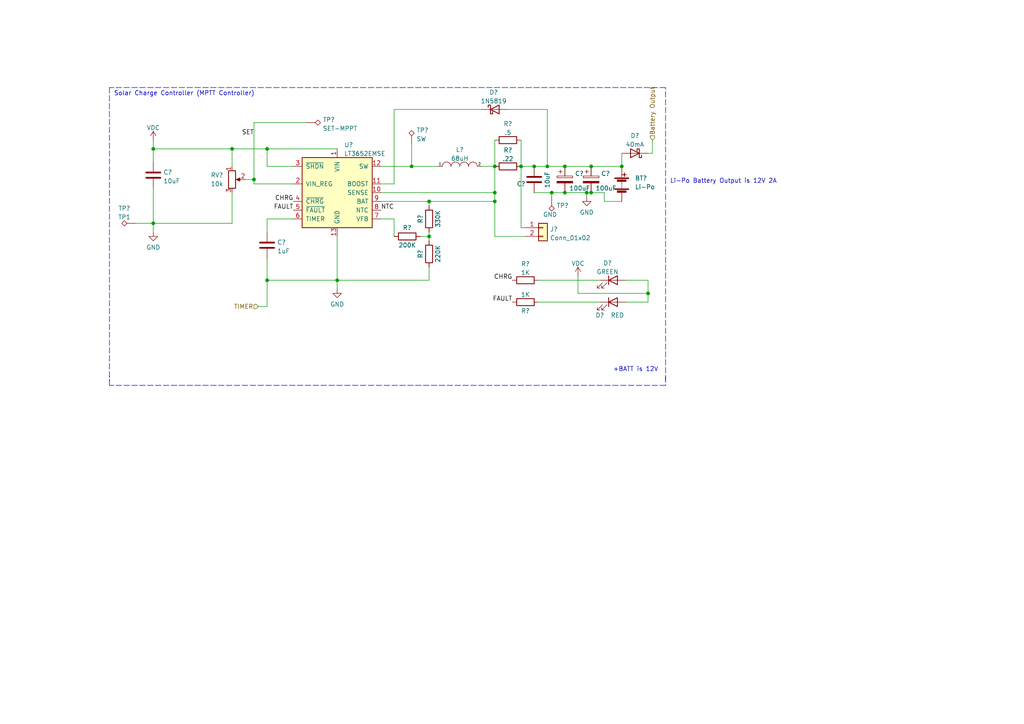
<source format=kicad_sch>
(kicad_sch (version 20211123) (generator eeschema)
  (paper "A4")
  (lib_symbols
    (symbol "Battery_Management:LT3652EMSE" (pin_names (offset 1.016))
      (property "Reference" "U" (at -8.382 11.43 0))
      (property "Value" "LT3652EMSE" (at 1.778 11.684 0))
      (symbol "LT3652EMSE_0_1"
        (rectangle (start -10.16 10.16) (end 10.16 -10.16) (stroke (width 0.254)) (fill (type background)))
      )
      (symbol "LT3652EMSE_1_1"
        (pin power_in line (at 0 12.7 270) (length 2.54) (name "VIN") (number "1"))
        (pin input line (at 12.7 0 180) (length 2.54) (name "SENSE") (number "10"))
        (pin input line (at 12.7 2.54 180) (length 2.54) (name "BOOST") (number "11"))
        (pin output line (at 12.7 7.62 180) (length 2.54) (name "SW") (number "12"))
        (pin power_in line (at 0 -12.7 90) (length 2.54) (name "GND") (number "13"))
        (pin input line (at -12.7 2.54 0) (length 2.54) (name "VIN_REG") (number "2"))
        (pin input line (at -12.7 7.62 0) (length 2.54) (name "~{SHDN}") (number "3"))
        (pin open_collector line (at -12.7 -2.54 0) (length 2.54) (name "~{CHRG}") (number "4"))
        (pin open_collector line (at -12.7 -5.08 0) (length 2.54) (name "~{FAULT}") (number "5"))
        (pin output line (at -12.7 -7.62 0) (length 2.54) (name "TIMER") (number "6"))
        (pin input line (at 12.7 -7.62 180) (length 2.54) (name "VFB") (number "7"))
        (pin input line (at 12.7 -5.08 180) (length 2.54) (name "NTC") (number "8"))
        (pin output line (at 12.7 -2.54 180) (length 2.54) (name "BAT") (number "9"))
      )
    )
    (symbol "Connector:TestPoint_Alt" (pin_numbers hide) (pin_names (offset 0.762) hide)
      (property "Reference" "TP" (at 0 6.858 0))
      (property "Value" "TestPoint_Alt" (at 0 5.08 0))
      (symbol "TestPoint_Alt_0_1"
        (polyline (pts (xy 0 2.54) (xy -0.762 3.302) (xy 0 4.064) (xy 0.762 3.302) (xy 0 2.54)))
      )
      (symbol "TestPoint_Alt_1_1"
        (pin passive line (at 0 0 90) (length 2.54) (name "1") (number "1"))
      )
    )
    (symbol "Connector_Generic:Conn_01x02" (pin_names (offset 1.016) hide)
      (property "Reference" "J" (at 0 2.54 0))
      (property "Value" "Conn_01x02" (at 0 -5.08 0))
      (symbol "Conn_01x02_1_1"
        (rectangle (start -1.27 -2.413) (end 0 -2.667) (stroke (width 0.1524)))
        (rectangle (start -1.27 0.127) (end 0 -0.127) (stroke (width 0.1524)))
        (rectangle (start -1.27 1.27) (end 1.27 -3.81) (stroke (width 0.254)) (fill (type background)))
        (pin passive line (at -5.08 0 0) (length 3.81) (name "Pin_1") (number "1"))
        (pin passive line (at -5.08 -2.54 0) (length 3.81) (name "Pin_2") (number "2"))
      )
    )
    (symbol "Device:Battery" (pin_numbers hide) (pin_names (offset 0) hide)
      (property "Reference" "BT" (at 2.54 2.54 0))
      (property "Value" "Battery" (at 2.54 0 0))
      (symbol "Battery_0_1"
        (rectangle (start -2.032 -1.397) (end 2.032 -1.651) (fill (type outline)))
        (rectangle (start -2.032 1.778) (end 2.032 1.524) (fill (type outline)))
        (rectangle (start -1.3208 -1.9812) (end 1.27 -2.4892) (fill (type outline)))
        (rectangle (start -1.3208 1.1938) (end 1.27 0.6858) (fill (type outline)))
        (polyline (pts (xy 0 -1.524) (xy 0 -1.27)))
        (polyline (pts (xy 0 -1.016) (xy 0 -0.762)))
        (polyline (pts (xy 0 -0.508) (xy 0 -0.254)))
        (polyline (pts (xy 0 0) (xy 0 0.254)))
        (polyline (pts (xy 0 0.508) (xy 0 0.762)))
        (polyline (pts (xy 0 1.778) (xy 0 2.54)))
        (polyline (pts (xy 0.254 2.667) (xy 1.27 2.667)) (stroke (width 0.254)))
        (polyline (pts (xy 0.762 3.175) (xy 0.762 2.159)) (stroke (width 0.254)))
      )
      (symbol "Battery_1_1"
        (pin passive line (at 0 5.08 270) (length 2.54) (name "+") (number "1"))
        (pin passive line (at 0 -5.08 90) (length 2.54) (name "-") (number "2"))
      )
    )
    (symbol "Device:C" (pin_numbers hide) (pin_names (offset 0.254))
      (property "Reference" "C" (at 0.635 2.54 0))
      (property "Value" "C" (at 0.635 -2.54 0))
      (symbol "C_0_1"
        (polyline (pts (xy -2.032 -0.762) (xy 2.032 -0.762)) (stroke (width 0.508)))
        (polyline (pts (xy -2.032 0.762) (xy 2.032 0.762)) (stroke (width 0.508)))
      )
      (symbol "C_1_1"
        (pin passive line (at 0 3.81 270) (length 2.794) (name "~") (number "1"))
        (pin passive line (at 0 -3.81 90) (length 2.794) (name "~") (number "2"))
      )
    )
    (symbol "Device:C_Polarized" (pin_numbers hide) (pin_names (offset 0.254))
      (property "Reference" "C" (at 0.635 2.54 0))
      (property "Value" "C_Polarized" (at 0.635 -2.54 0))
      (symbol "C_Polarized_0_1"
        (rectangle (start -2.286 0.508) (end 2.286 1.016))
        (polyline (pts (xy -1.778 2.286) (xy -0.762 2.286)))
        (polyline (pts (xy -1.27 2.794) (xy -1.27 1.778)))
        (rectangle (start 2.286 -0.508) (end -2.286 -1.016) (fill (type outline)))
      )
      (symbol "C_Polarized_1_1"
        (pin passive line (at 0 3.81 270) (length 2.794) (name "~") (number "1"))
        (pin passive line (at 0 -3.81 90) (length 2.794) (name "~") (number "2"))
      )
    )
    (symbol "Device:D_Schottky" (pin_numbers hide) (pin_names (offset 1.016) hide)
      (property "Reference" "D" (at 0 2.54 0))
      (property "Value" "D_Schottky" (at 0 -2.54 0))
      (symbol "D_Schottky_0_1"
        (polyline (pts (xy 1.27 0) (xy -1.27 0)))
        (polyline (pts (xy 1.27 1.27) (xy 1.27 -1.27) (xy -1.27 0) (xy 1.27 1.27)) (stroke (width 0.254)))
        (polyline (pts (xy -1.905 0.635) (xy -1.905 1.27) (xy -1.27 1.27) (xy -1.27 -1.27) (xy -0.635 -1.27) (xy -0.635 -0.635)) (stroke (width 0.254)))
      )
      (symbol "D_Schottky_1_1"
        (pin passive line (at -3.81 0 0) (length 2.54) (name "K") (number "1"))
        (pin passive line (at 3.81 0 180) (length 2.54) (name "A") (number "2"))
      )
    )
    (symbol "Device:LED" (pin_numbers hide) (pin_names (offset 1.016) hide)
      (property "Reference" "D" (at 0 2.54 0))
      (property "Value" "LED" (at 0 -2.54 0))
      (symbol "LED_0_1"
        (polyline (pts (xy -1.27 -1.27) (xy -1.27 1.27)) (stroke (width 0.254)))
        (polyline (pts (xy -1.27 0) (xy 1.27 0)))
        (polyline (pts (xy 1.27 -1.27) (xy 1.27 1.27) (xy -1.27 0) (xy 1.27 -1.27)) (stroke (width 0.254)))
        (polyline (pts (xy -3.048 -0.762) (xy -4.572 -2.286) (xy -3.81 -2.286) (xy -4.572 -2.286) (xy -4.572 -1.524)))
        (polyline (pts (xy -1.778 -0.762) (xy -3.302 -2.286) (xy -2.54 -2.286) (xy -3.302 -2.286) (xy -3.302 -1.524)))
      )
      (symbol "LED_1_1"
        (pin passive line (at -3.81 0 0) (length 2.54) (name "K") (number "1"))
        (pin passive line (at 3.81 0 180) (length 2.54) (name "A") (number "2"))
      )
    )
    (symbol "Device:R" (pin_numbers hide) (pin_names (offset 0))
      (property "Reference" "R" (at 2.032 0 90))
      (property "Value" "R" (at 0 0 90))
      (symbol "R_0_1"
        (rectangle (start -1.016 -2.54) (end 1.016 2.54) (stroke (width 0.254)))
      )
      (symbol "R_1_1"
        (pin passive line (at 0 3.81 270) (length 1.27) (name "~") (number "1"))
        (pin passive line (at 0 -3.81 90) (length 1.27) (name "~") (number "2"))
      )
    )
    (symbol "Device:R_Potentiometer" (pin_names (offset 1.016) hide)
      (property "Reference" "RV" (at -4.445 0 90))
      (property "Value" "R_Potentiometer" (at -2.54 0 90))
      (symbol "R_Potentiometer_0_1"
        (polyline (pts (xy 2.54 0) (xy 1.524 0)))
        (polyline (pts (xy 1.143 0) (xy 2.286 0.508) (xy 2.286 -0.508) (xy 1.143 0)) (fill (type outline)))
        (rectangle (start 1.016 2.54) (end -1.016 -2.54) (stroke (width 0.254)))
      )
      (symbol "R_Potentiometer_1_1"
        (pin passive line (at 0 3.81 270) (length 1.27) (name "1") (number "1"))
        (pin passive line (at 3.81 0 180) (length 1.27) (name "2") (number "2"))
        (pin passive line (at 0 -3.81 90) (length 1.27) (name "3") (number "3"))
      )
    )
    (symbol "Diode:1N5819" (pin_numbers hide) (pin_names (offset 1.016) hide)
      (property "Reference" "D" (at 0 2.54 0))
      (property "Value" "1N5819" (at 0 -2.54 0))
      (symbol "1N5819_0_1"
        (polyline (pts (xy 1.27 0) (xy -1.27 0)))
        (polyline (pts (xy 1.27 1.27) (xy 1.27 -1.27) (xy -1.27 0) (xy 1.27 1.27)) (stroke (width 0.254)))
        (polyline (pts (xy -1.905 0.635) (xy -1.905 1.27) (xy -1.27 1.27) (xy -1.27 -1.27) (xy -0.635 -1.27) (xy -0.635 -0.635)) (stroke (width 0.254)))
      )
      (symbol "1N5819_1_1"
        (pin passive line (at -3.81 0 0) (length 2.54) (name "K") (number "1"))
        (pin passive line (at 3.81 0 180) (length 2.54) (name "A") (number "2"))
      )
    )
    (symbol "power:GND" (power) (pin_names (offset 0))
      (property "Value" "GND" (at 0 -3.81 0))
      (symbol "GND_0_1"
        (polyline (pts (xy 0 0) (xy 0 -1.27) (xy 1.27 -1.27) (xy 0 -2.54) (xy -1.27 -1.27) (xy 0 -1.27)))
      )
      (symbol "GND_1_1"
        (pin power_in line (at 0 0 270) (length 0) hide (name "GND") (number "1"))
      )
    )
    (symbol "power:VDC" (power) (pin_names (offset 0))
      (property "Value" "VDC" (at 0 6.35 0))
      (symbol "VDC_0_1"
        (polyline (pts (xy -0.762 1.27) (xy 0 2.54)))
        (polyline (pts (xy 0 0) (xy 0 2.54)))
        (polyline (pts (xy 0 2.54) (xy 0.762 1.27)))
      )
      (symbol "VDC_1_1"
        (pin power_in line (at 0 0 90) (length 0) hide (name "VDC") (number "1"))
      )
    )
    (symbol "pspice:INDUCTOR" (pin_numbers hide) (pin_names (offset 0))
      (property "Reference" "L" (at 0 2.54 0))
      (property "Value" "INDUCTOR" (at 0 -1.27 0))
      (symbol "INDUCTOR_0_1"
        (arc (start -2.54 0) (mid -3.81 1.27) (end -5.08 0))
        (arc (start 0 0) (mid -1.27 1.27) (end -2.54 0))
        (arc (start 2.54 0) (mid 1.27 1.27) (end 0 0))
        (arc (start 5.08 0) (mid 3.81 1.27) (end 2.54 0))
      )
      (symbol "INDUCTOR_1_1"
        (pin input line (at -6.35 0 0) (length 1.27) (name "1") (number "1"))
        (pin input line (at 6.35 0 180) (length 1.27) (name "2") (number "2"))
      )
    )
  )
  (junction (at 97.79 81.28))
  (junction (at 170.18 55.88))
  (junction (at 73.66 52.07))
  (junction (at 154.94 48.26))
  (junction (at 119.38 48.26))
  (junction (at 77.47 43.18))
  (junction (at 151.13 48.26))
  (junction (at 44.45 64.77))
  (junction (at 77.47 81.28))
  (junction (at 67.31 43.18))
  (junction (at 143.51 58.42))
  (junction (at 143.51 48.26))
  (junction (at 124.46 58.42))
  (junction (at 143.51 55.88))
  (junction (at 163.83 48.26))
  (junction (at 124.46 68.58))
  (junction (at 171.45 48.26))
  (junction (at 160.02 55.88))
  (junction (at 180.34 48.26))
  (junction (at 44.45 43.18))
  (junction (at 171.45 55.88))
  (junction (at 163.83 55.88))
  (junction (at 187.96 85.09))
  (junction (at 158.75 48.26))
  (wire (pts (xy 77.47 74.93) (xy 77.47 81.28)))
  (wire (pts (xy 77.47 88.9) (xy 77.47 81.28)))
  (wire (pts (xy 85.09 63.5) (xy 77.47 63.5)))
  (wire (pts (xy 110.49 48.26) (xy 119.38 48.26)))
  (wire (pts (xy 151.13 40.64) (xy 151.13 48.26)))
  (wire (pts (xy 151.13 48.26) (xy 151.13 66.04)))
  (wire (pts (xy 44.45 64.77) (xy 67.31 64.77)))
  (wire (pts (xy 170.18 55.88) (xy 171.45 55.88)))
  (polyline (pts (xy 193.04 110.49) (xy 193.04 25.4)))
  (wire (pts (xy 73.66 35.56) (xy 88.9 35.56)))
  (wire (pts (xy 85.09 53.34) (xy 73.66 53.34)))
  (wire (pts (xy 163.83 55.88) (xy 170.18 55.88)))
  (wire (pts (xy 158.75 31.75) (xy 158.75 48.26)))
  (wire (pts (xy 77.47 63.5) (xy 77.47 67.31)))
  (wire (pts (xy 124.46 67.31) (xy 124.46 68.58)))
  (wire (pts (xy 187.96 85.09) (xy 187.96 87.63)))
  (wire (pts (xy 187.96 81.28) (xy 187.96 85.09)))
  (wire (pts (xy 77.47 81.28) (xy 97.79 81.28)))
  (wire (pts (xy 44.45 40.64) (xy 44.45 43.18)))
  (wire (pts (xy 160.02 55.88) (xy 163.83 55.88)))
  (wire (pts (xy 152.4 66.04) (xy 151.13 66.04)))
  (wire (pts (xy 114.3 68.58) (xy 114.3 63.5)))
  (wire (pts (xy 114.3 31.75) (xy 139.7 31.75)))
  (wire (pts (xy 171.45 55.88) (xy 175.26 55.88)))
  (wire (pts (xy 114.3 53.34) (xy 114.3 31.75)))
  (wire (pts (xy 97.79 43.18) (xy 77.47 43.18)))
  (wire (pts (xy 97.79 81.28) (xy 97.79 83.82)))
  (wire (pts (xy 73.66 52.07) (xy 73.66 35.56)))
  (wire (pts (xy 143.51 40.64) (xy 143.51 48.26)))
  (wire (pts (xy 119.38 48.26) (xy 127 48.26)))
  (wire (pts (xy 110.49 63.5) (xy 114.3 63.5)))
  (wire (pts (xy 97.79 81.28) (xy 124.46 81.28)))
  (wire (pts (xy 67.31 43.18) (xy 77.47 43.18)))
  (polyline (pts (xy 193.04 111.76) (xy 31.75 111.76)))
  (wire (pts (xy 167.64 80.01) (xy 167.64 85.09)))
  (wire (pts (xy 163.83 48.26) (xy 171.45 48.26)))
  (wire (pts (xy 154.94 55.88) (xy 160.02 55.88)))
  (wire (pts (xy 44.45 43.18) (xy 44.45 46.99)))
  (wire (pts (xy 44.45 64.77) (xy 44.45 67.31)))
  (polyline (pts (xy 31.75 25.4) (xy 31.75 110.49)))
  (wire (pts (xy 110.49 53.34) (xy 114.3 53.34)))
  (wire (pts (xy 143.51 68.58) (xy 143.51 58.42)))
  (wire (pts (xy 67.31 55.88) (xy 67.31 64.77)))
  (wire (pts (xy 152.4 68.58) (xy 143.51 68.58)))
  (wire (pts (xy 39.37 64.77) (xy 44.45 64.77)))
  (wire (pts (xy 124.46 68.58) (xy 124.46 69.85)))
  (polyline (pts (xy 193.04 109.22) (xy 193.04 111.76)))
  (wire (pts (xy 180.34 58.42) (xy 175.26 58.42)))
  (wire (pts (xy 160.02 55.88) (xy 160.02 57.15)))
  (wire (pts (xy 147.32 31.75) (xy 158.75 31.75)))
  (wire (pts (xy 170.18 55.88) (xy 170.18 57.15)))
  (wire (pts (xy 143.51 58.42) (xy 143.51 55.88)))
  (wire (pts (xy 139.7 48.26) (xy 143.51 48.26)))
  (wire (pts (xy 67.31 48.26) (xy 67.31 43.18)))
  (wire (pts (xy 119.38 41.91) (xy 119.38 48.26)))
  (wire (pts (xy 154.94 48.26) (xy 158.75 48.26)))
  (wire (pts (xy 187.96 44.45) (xy 189.23 44.45)))
  (wire (pts (xy 124.46 58.42) (xy 143.51 58.42)))
  (wire (pts (xy 171.45 48.26) (xy 180.34 48.26)))
  (wire (pts (xy 110.49 55.88) (xy 143.51 55.88)))
  (wire (pts (xy 121.92 68.58) (xy 124.46 68.58)))
  (wire (pts (xy 71.12 52.07) (xy 73.66 52.07)))
  (wire (pts (xy 156.21 81.28) (xy 173.99 81.28)))
  (wire (pts (xy 180.34 44.45) (xy 180.34 48.26)))
  (wire (pts (xy 124.46 58.42) (xy 124.46 59.69)))
  (wire (pts (xy 181.61 81.28) (xy 187.96 81.28)))
  (wire (pts (xy 74.93 88.9) (xy 77.47 88.9)))
  (wire (pts (xy 44.45 43.18) (xy 67.31 43.18)))
  (wire (pts (xy 85.09 48.26) (xy 77.47 48.26)))
  (wire (pts (xy 158.75 48.26) (xy 163.83 48.26)))
  (wire (pts (xy 181.61 87.63) (xy 187.96 87.63)))
  (polyline (pts (xy 193.04 25.4) (xy 31.75 25.4)))
  (wire (pts (xy 124.46 77.47) (xy 124.46 81.28)))
  (wire (pts (xy 143.51 48.26) (xy 143.51 55.88)))
  (wire (pts (xy 77.47 43.18) (xy 77.47 48.26)))
  (wire (pts (xy 156.21 87.63) (xy 173.99 87.63)))
  (wire (pts (xy 97.79 68.58) (xy 97.79 81.28)))
  (wire (pts (xy 167.64 85.09) (xy 187.96 85.09)))
  (wire (pts (xy 175.26 58.42) (xy 175.26 55.88)))
  (wire (pts (xy 151.13 48.26) (xy 154.94 48.26)))
  (wire (pts (xy 189.23 40.64) (xy 189.23 44.45)))
  (wire (pts (xy 110.49 58.42) (xy 124.46 58.42)))
  (polyline (pts (xy 31.75 111.76) (xy 31.75 109.22)))
  (wire (pts (xy 44.45 54.61) (xy 44.45 64.77)))
  (wire (pts (xy 73.66 53.34) (xy 73.66 52.07)))
  (text "Solar Charge Controller (MPTT Controller)" (at 33.02 27.94 0) (effects (font (size 1.27 1.27)) (justify left bottom)))
  (text "Li-Po Battery Output is 12V 2A\n" (at 194.31 53.34 0) (effects (font (size 1.27 1.27)) (justify left bottom)))
  (text "+BATT is 12V" (at 177.8 107.95 0) (effects (font (size 1.27 1.27)) (justify left bottom)))
  (label "CHRG" (at 85.09 58.42 180))
  (label "SET" (at 73.66 39.37 180))
  (label "FAULT" (at 148.59 87.63 180))
  (label "CHRG" (at 148.59 81.28 180))
  (label "FAULT" (at 85.09 60.96 180))
  (label "NTC" (at 110.49 60.96 0))
  (hierarchical_label "Battery Output" (shape input) (at 189.23 40.64 90))
  (hierarchical_label "TIMER" (shape input) (at 74.93 88.9 180))
  (symbol (lib_id "power:GND") (at 97.79 83.82 0) (unit 1)
    (property "Reference" "#PWR?" (effects hide))
    (property "Value" "GND" (at 97.79 88.2634 0))
  )
  (symbol (lib_id "Device:LED") (at 177.8 81.28 0) (unit 1)
    (property "Reference" "D?" (at 176.2125 76.3102 0))
    (property "Value" "GREEN" (at 176.2125 78.8471 0))
    (property "Footprint" "LED_SMD:LED_0603_1608Metric" (effects hide))
  )
  (symbol (lib_id "Device:C") (at 44.45 50.8 0) (unit 1)
    (property "Reference" "C?" (at 47.371 49.9653 0) (effects (justify left)))
    (property "Value" "10uF" (at 47.371 52.5022 0) (effects (justify left)))
    (property "Footprint" "Capacitor_SMD:C_0603_1608Metric" (effects hide))
  )
  (symbol (lib_id "Device:R") (at 118.11 68.58 90) (unit 1)
    (property "Reference" "R?" (at 118.11 66.04 90))
    (property "Value" "200K" (at 118.11 71.12 90))
    (property "Footprint" "Resistor_SMD:R_0603_1608Metric" (effects hide))
  )
  (symbol (lib_id "Connector:TestPoint_Alt") (at 88.9 35.56 270) (unit 1)
    (property "Reference" "TP?" (at 93.599 34.7253 90) (effects (justify left)))
    (property "Value" "SET-MPPT" (at 93.599 37.2622 90) (effects (justify left)))
  )
  (symbol (lib_id "Device:C_Polarized") (at 163.83 52.07 0) (unit 1)
    (property "Reference" "C?" (at 166.751 50.3463 0) (effects (justify left)))
    (property "Value" "100uF" (at 165.1 54.61 0) (effects (justify left)))
    (property "Footprint" "Capacitor_SMD:C_0603_1608Metric" (effects hide))
  )
  (symbol (lib_id "Device:R") (at 152.4 81.28 90) (unit 1)
    (property "Reference" "R?" (at 152.4 76.5642 90))
    (property "Value" "1K" (at 152.4 79.1011 90))
    (property "Footprint" "Resistor_SMD:R_0603_1608Metric" (effects hide))
  )
  (symbol (lib_id "power:VDC") (at 167.64 80.01 0) (unit 1)
    (property "Reference" "#PWR?" (effects hide))
    (property "Value" "VDC" (at 167.64 76.4342 0))
  )
  (symbol (lib_id "Device:R") (at 124.46 63.5 180) (unit 1)
    (property "Reference" "R?" (at 121.92 63.5 90))
    (property "Value" "330K" (at 127 63.5 90))
    (property "Footprint" "Resistor_SMD:R_0603_1608Metric" (effects hide))
  )
  (symbol (lib_id "Connector:TestPoint_Alt") (at 39.37 64.77 90) (unit 1)
    (property "Reference" "TP?" (at 36.068 60.4352 90))
    (property "Value" "TP1" (at 36.068 62.9721 90))
  )
  (symbol (lib_id "Device:R") (at 124.46 73.66 180) (unit 1)
    (property "Reference" "R?" (at 121.92 73.66 90))
    (property "Value" "220K" (at 127 73.66 90))
    (property "Footprint" "Resistor_SMD:R_0603_1608Metric" (effects hide))
  )
  (symbol (lib_id "Device:C_Polarized") (at 171.45 52.07 0) (unit 1)
    (property "Reference" "C?" (at 174.371 50.3463 0) (effects (justify left)))
    (property "Value" "100uF" (at 172.72 54.61 0) (effects (justify left)))
    (property "Footprint" "Capacitor_SMD:C_0603_1608Metric" (effects hide))
  )
  (symbol (lib_id "Device:R") (at 152.4 87.63 90) (unit 1)
    (property "Reference" "R?" (at 152.4 90.17 90))
    (property "Value" "1K" (at 152.4 85.4511 90))
    (property "Footprint" "Resistor_SMD:R_0603_1608Metric" (effects hide))
  )
  (symbol (lib_id "Device:C") (at 154.94 52.07 0) (unit 1)
    (property "Reference" "C?" (at 149.86 53.34 0) (effects (justify left)))
    (property "Value" "10uF" (at 158.75 54.61 90) (effects (justify left)))
    (property "Footprint" "Capacitor_SMD:C_0603_1608Metric" (effects hide))
  )
  (symbol (lib_id "Device:Battery") (at 180.34 53.34 0) (unit 1)
    (property "Reference" "BT?" (at 184.15 51.6889 0) (effects (justify left)))
    (property "Value" "Li-Po" (at 184.15 54.2289 0) (effects (justify left)))
    (property "Footprint" "Battery:BatteryHolder_Keystone_2462_2xAA" (effects hide))
  )
  (symbol (lib_id "power:VDC") (at 44.45 40.64 0) (unit 1)
    (property "Reference" "#PWR?" (effects hide))
    (property "Value" "VDC" (at 44.45 37.0642 0))
  )
  (symbol (lib_id "Device:R") (at 147.32 40.64 90) (unit 1)
    (property "Reference" "R?" (at 147.32 35.9242 90))
    (property "Value" ".5" (at 147.32 38.4611 90))
    (property "Footprint" "Resistor_SMD:R_0603_1608Metric" (effects hide))
  )
  (symbol (lib_id "Device:LED") (at 177.8 87.63 0) (unit 1)
    (property "Reference" "D?" (at 173.99 91.44 0))
    (property "Value" "RED" (at 179.07 91.44 0))
    (property "Footprint" "LED_SMD:LED_0603_1608Metric" (effects hide))
  )
  (symbol (lib_id "power:GND") (at 170.18 57.15 0) (unit 1)
    (property "Reference" "#PWR?" (effects hide))
    (property "Value" "GND" (at 170.18 61.5934 0))
  )
  (symbol (lib_id "Connector:TestPoint_Alt") (at 160.02 57.15 180) (unit 1)
    (property "Reference" "TP?" (at 161.417 59.6173 0) (effects (justify right)))
    (property "Value" "GND" (at 157.48 62.23 0) (effects (justify right)))
  )
  (symbol (lib_id "pspice:INDUCTOR") (at 133.35 48.26 0) (unit 1)
    (property "Reference" "L?" (at 133.35 43.4172 0))
    (property "Value" "68uH" (at 133.35 45.9541 0))
    (property "Footprint" "Inductor_SMD:L_0603_1608Metric" (effects hide))
  )
  (symbol (lib_id "Diode:1N5819") (at 143.51 31.75 0) (unit 1)
    (property "Reference" "D?" (at 143.1925 26.7802 0))
    (property "Value" "1N5819" (at 143.1925 29.3171 0))
    (property "Footprint" "Diode_SMD:D_0603_1608Metric" (effects hide))
    (property "Datasheet" "http://www.vishay.com/docs/88525/1n5817.pdf" (effects hide))
  )
  (symbol (lib_id "Connector_Generic:Conn_01x02") (at 157.48 66.04 0) (unit 1)
    (property "Reference" "J?" (at 159.512 66.4753 0) (effects (justify left)))
    (property "Value" "Conn_01x02" (at 159.512 69.0122 0) (effects (justify left)))
  )
  (symbol (lib_id "Device:C") (at 77.47 71.12 0) (unit 1)
    (property "Reference" "C?" (at 80.391 70.2853 0) (effects (justify left)))
    (property "Value" "1uF" (at 80.391 72.8222 0) (effects (justify left)))
    (property "Footprint" "Capacitor_SMD:C_0603_1608Metric" (effects hide))
  )
  (symbol (lib_id "Device:R") (at 147.32 48.26 90) (unit 1)
    (property "Reference" "R?" (at 147.32 43.5442 90))
    (property "Value" ".22" (at 147.32 46.0811 90))
    (property "Footprint" "Resistor_SMD:R_0603_1608Metric" (effects hide))
  )
  (symbol (lib_id "power:GND") (at 44.45 67.31 0) (unit 1)
    (property "Reference" "#PWR?" (effects hide))
    (property "Value" "GND" (at 44.45 71.7534 0))
  )
  (symbol (lib_id "Device:R_Potentiometer") (at 67.31 52.07 0) (unit 1)
    (property "Reference" "RV?" (at 64.77 50.7999 0) (effects (justify right)))
    (property "Value" "10k" (at 64.77 53.3399 0) (effects (justify right)))
  )
  (symbol (lib_id "Device:D_Schottky") (at 184.15 44.45 180) (unit 1)
    (property "Reference" "D?" (at 184.15 39.37 0))
    (property "Value" "40mA" (at 184.15 41.91 0))
  )
  (symbol (lib_id "Battery_Management:LT3652EMSE") (at 97.79 55.88 0) (unit 1)
    (property "Reference" "U?" (at 99.8094 42.0202 0) (effects (justify left)))
    (property "Value" "LT3652EMSE" (at 99.8094 44.5571 0) (effects (justify left)))
    (property "Footprint" "Package_SO:MSOP-12-1EP_3x4mm_P0.65mm_EP1.65x2.85mm" (effects hide))
    (property "Datasheet" "https://www.analog.com/media/en/technical-documentation/data-sheets/3652fe.pdf" (effects hide))
  )
  (symbol (lib_id "Connector:TestPoint_Alt") (at 119.38 41.91 0) (unit 1)
    (property "Reference" "TP?" (at 120.777 37.7733 0) (effects (justify left)))
    (property "Value" "SW" (at 120.777 40.3102 0) (effects (justify left)))
  )
)
</source>
